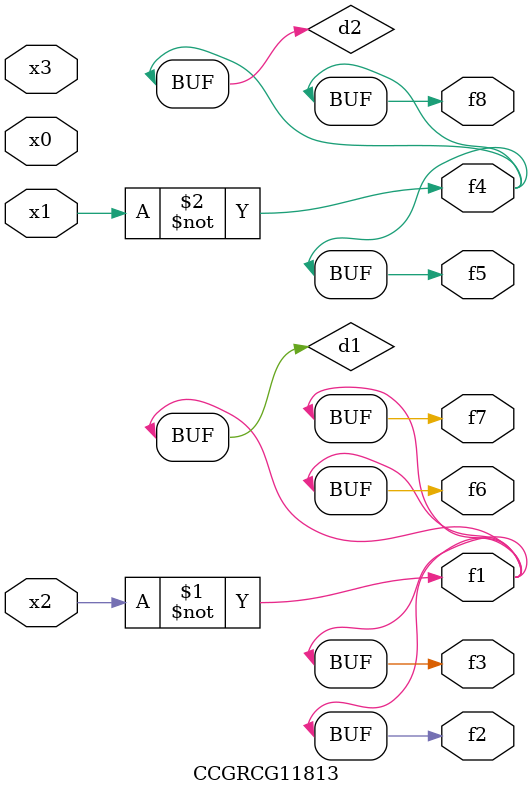
<source format=v>
module CCGRCG11813(
	input x0, x1, x2, x3,
	output f1, f2, f3, f4, f5, f6, f7, f8
);

	wire d1, d2;

	xnor (d1, x2);
	not (d2, x1);
	assign f1 = d1;
	assign f2 = d1;
	assign f3 = d1;
	assign f4 = d2;
	assign f5 = d2;
	assign f6 = d1;
	assign f7 = d1;
	assign f8 = d2;
endmodule

</source>
